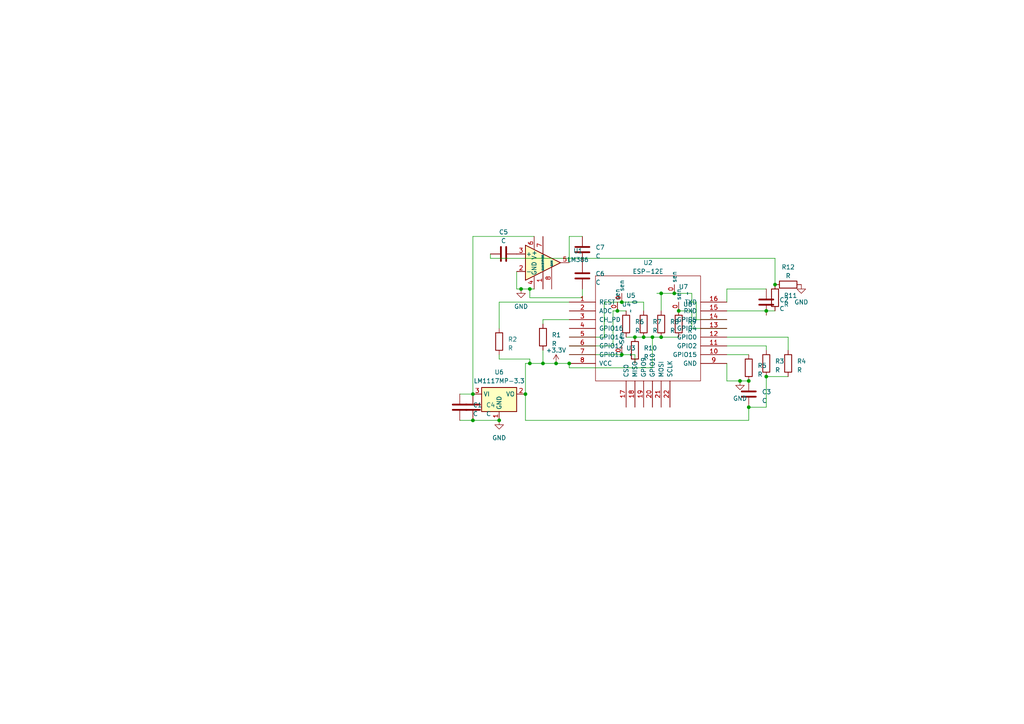
<source format=kicad_sch>
(kicad_sch (version 20230121) (generator eeschema)

  (uuid d4aa1627-5822-461c-8965-e691b72e7719)

  (paper "A4")

  (lib_symbols
    (symbol "Amplifier_Audio:LM386" (pin_names (offset 0.127)) (in_bom yes) (on_board yes)
      (property "Reference" "U" (at 1.27 7.62 0)
        (effects (font (size 1.27 1.27)) (justify left))
      )
      (property "Value" "LM386" (at 1.27 5.08 0)
        (effects (font (size 1.27 1.27)) (justify left))
      )
      (property "Footprint" "" (at 2.54 2.54 0)
        (effects (font (size 1.27 1.27)) hide)
      )
      (property "Datasheet" "http://www.ti.com/lit/ds/symlink/lm386.pdf" (at 5.08 5.08 0)
        (effects (font (size 1.27 1.27)) hide)
      )
      (property "ki_keywords" "single Power opamp" (at 0 0 0)
        (effects (font (size 1.27 1.27)) hide)
      )
      (property "ki_description" "Low Voltage Audio Power Amplifier, DIP-8/SOIC-8/SSOP-8" (at 0 0 0)
        (effects (font (size 1.27 1.27)) hide)
      )
      (property "ki_fp_filters" "SOIC*3.9x4.9mm*P1.27mm* DIP*W7.62mm* MSSOP*P0.65mm* TSSOP*3x3mm*P0.5mm*" (at 0 0 0)
        (effects (font (size 1.27 1.27)) hide)
      )
      (symbol "LM386_0_1"
        (polyline
          (pts
            (xy 5.08 0)
            (xy -5.08 5.08)
            (xy -5.08 -5.08)
            (xy 5.08 0)
          )
          (stroke (width 0.254) (type default))
          (fill (type background))
        )
      )
      (symbol "LM386_1_1"
        (pin input line (at 0 -7.62 90) (length 5.08)
          (name "GAIN" (effects (font (size 0.508 0.508))))
          (number "1" (effects (font (size 1.27 1.27))))
        )
        (pin input line (at -7.62 -2.54 0) (length 2.54)
          (name "-" (effects (font (size 1.27 1.27))))
          (number "2" (effects (font (size 1.27 1.27))))
        )
        (pin input line (at -7.62 2.54 0) (length 2.54)
          (name "+" (effects (font (size 1.27 1.27))))
          (number "3" (effects (font (size 1.27 1.27))))
        )
        (pin power_in line (at -2.54 -7.62 90) (length 3.81)
          (name "GND" (effects (font (size 1.27 1.27))))
          (number "4" (effects (font (size 1.27 1.27))))
        )
        (pin output line (at 7.62 0 180) (length 2.54)
          (name "~" (effects (font (size 1.27 1.27))))
          (number "5" (effects (font (size 1.27 1.27))))
        )
        (pin power_in line (at -2.54 7.62 270) (length 3.81)
          (name "V+" (effects (font (size 1.27 1.27))))
          (number "6" (effects (font (size 1.27 1.27))))
        )
        (pin input line (at 0 7.62 270) (length 5.08)
          (name "BYPASS" (effects (font (size 0.508 0.508))))
          (number "7" (effects (font (size 1.27 1.27))))
        )
        (pin input line (at 2.54 -7.62 90) (length 6.35)
          (name "GAIN" (effects (font (size 0.508 0.508))))
          (number "8" (effects (font (size 1.27 1.27))))
        )
      )
    )
    (symbol "Device:C" (pin_numbers hide) (pin_names (offset 0.254)) (in_bom yes) (on_board yes)
      (property "Reference" "C" (at 0.635 2.54 0)
        (effects (font (size 1.27 1.27)) (justify left))
      )
      (property "Value" "C" (at 0.635 -2.54 0)
        (effects (font (size 1.27 1.27)) (justify left))
      )
      (property "Footprint" "" (at 0.9652 -3.81 0)
        (effects (font (size 1.27 1.27)) hide)
      )
      (property "Datasheet" "~" (at 0 0 0)
        (effects (font (size 1.27 1.27)) hide)
      )
      (property "ki_keywords" "cap capacitor" (at 0 0 0)
        (effects (font (size 1.27 1.27)) hide)
      )
      (property "ki_description" "Unpolarized capacitor" (at 0 0 0)
        (effects (font (size 1.27 1.27)) hide)
      )
      (property "ki_fp_filters" "C_*" (at 0 0 0)
        (effects (font (size 1.27 1.27)) hide)
      )
      (symbol "C_0_1"
        (polyline
          (pts
            (xy -2.032 -0.762)
            (xy 2.032 -0.762)
          )
          (stroke (width 0.508) (type default))
          (fill (type none))
        )
        (polyline
          (pts
            (xy -2.032 0.762)
            (xy 2.032 0.762)
          )
          (stroke (width 0.508) (type default))
          (fill (type none))
        )
      )
      (symbol "C_1_1"
        (pin passive line (at 0 3.81 270) (length 2.794)
          (name "~" (effects (font (size 1.27 1.27))))
          (number "1" (effects (font (size 1.27 1.27))))
        )
        (pin passive line (at 0 -3.81 90) (length 2.794)
          (name "~" (effects (font (size 1.27 1.27))))
          (number "2" (effects (font (size 1.27 1.27))))
        )
      )
    )
    (symbol "Device:R" (pin_numbers hide) (pin_names (offset 0)) (in_bom yes) (on_board yes)
      (property "Reference" "R" (at 2.032 0 90)
        (effects (font (size 1.27 1.27)))
      )
      (property "Value" "R" (at 0 0 90)
        (effects (font (size 1.27 1.27)))
      )
      (property "Footprint" "" (at -1.778 0 90)
        (effects (font (size 1.27 1.27)) hide)
      )
      (property "Datasheet" "~" (at 0 0 0)
        (effects (font (size 1.27 1.27)) hide)
      )
      (property "ki_keywords" "R res resistor" (at 0 0 0)
        (effects (font (size 1.27 1.27)) hide)
      )
      (property "ki_description" "Resistor" (at 0 0 0)
        (effects (font (size 1.27 1.27)) hide)
      )
      (property "ki_fp_filters" "R_*" (at 0 0 0)
        (effects (font (size 1.27 1.27)) hide)
      )
      (symbol "R_0_1"
        (rectangle (start -1.016 -2.54) (end 1.016 2.54)
          (stroke (width 0.254) (type default))
          (fill (type none))
        )
      )
      (symbol "R_1_1"
        (pin passive line (at 0 3.81 270) (length 1.27)
          (name "~" (effects (font (size 1.27 1.27))))
          (number "1" (effects (font (size 1.27 1.27))))
        )
        (pin passive line (at 0 -3.81 90) (length 1.27)
          (name "~" (effects (font (size 1.27 1.27))))
          (number "2" (effects (font (size 1.27 1.27))))
        )
      )
    )
    (symbol "ESP8266:ESP-12E" (pin_names (offset 1.016)) (in_bom yes) (on_board yes)
      (property "Reference" "U" (at 0 -2.54 0)
        (effects (font (size 1.27 1.27)))
      )
      (property "Value" "ESP-12E" (at 0 2.54 0)
        (effects (font (size 1.27 1.27)))
      )
      (property "Footprint" "" (at 0 0 0)
        (effects (font (size 1.27 1.27)) hide)
      )
      (property "Datasheet" "http://l0l.org.uk/2014/12/esp8266-modules-hardware-guide-gotta-catch-em-all/" (at 0 0 0)
        (effects (font (size 1.27 1.27)) hide)
      )
      (property "ki_keywords" "MODULE ESP8266 ESP-8266" (at 0 0 0)
        (effects (font (size 1.27 1.27)) hide)
      )
      (property "ki_description" "ESP8266 ESP-12E module, 22 pins, 2mm, PCB antenna" (at 0 0 0)
        (effects (font (size 1.27 1.27)) hide)
      )
      (property "ki_fp_filters" "ESP-12E ESP-12E_SMD" (at 0 0 0)
        (effects (font (size 1.27 1.27)) hide)
      )
      (symbol "ESP-12E_1_0"
        (rectangle (start -15.24 -15.24) (end 15.24 15.24)
          (stroke (width 0) (type solid))
          (fill (type none))
        )
      )
      (symbol "ESP-12E_1_1"
        (pin input line (at -22.86 7.62 0) (length 7.62)
          (name "REST" (effects (font (size 1.27 1.27))))
          (number "1" (effects (font (size 1.27 1.27))))
        )
        (pin bidirectional line (at 22.86 -7.62 180) (length 7.62)
          (name "GPIO15" (effects (font (size 1.27 1.27))))
          (number "10" (effects (font (size 1.27 1.27))))
        )
        (pin bidirectional line (at 22.86 -5.08 180) (length 7.62)
          (name "GPIO2" (effects (font (size 1.27 1.27))))
          (number "11" (effects (font (size 1.27 1.27))))
        )
        (pin bidirectional line (at 22.86 -2.54 180) (length 7.62)
          (name "GPIO0" (effects (font (size 1.27 1.27))))
          (number "12" (effects (font (size 1.27 1.27))))
        )
        (pin bidirectional line (at 22.86 0 180) (length 7.62)
          (name "GPIO4" (effects (font (size 1.27 1.27))))
          (number "13" (effects (font (size 1.27 1.27))))
        )
        (pin bidirectional line (at 22.86 2.54 180) (length 7.62)
          (name "GPIO5" (effects (font (size 1.27 1.27))))
          (number "14" (effects (font (size 1.27 1.27))))
        )
        (pin input line (at 22.86 5.08 180) (length 7.62)
          (name "RXD" (effects (font (size 1.27 1.27))))
          (number "15" (effects (font (size 1.27 1.27))))
        )
        (pin output line (at 22.86 7.62 180) (length 7.62)
          (name "TXD" (effects (font (size 1.27 1.27))))
          (number "16" (effects (font (size 1.27 1.27))))
        )
        (pin bidirectional line (at -6.35 -22.86 90) (length 7.62)
          (name "CS0" (effects (font (size 1.27 1.27))))
          (number "17" (effects (font (size 1.27 1.27))))
        )
        (pin bidirectional line (at -3.81 -22.86 90) (length 7.62)
          (name "MISO" (effects (font (size 1.27 1.27))))
          (number "18" (effects (font (size 1.27 1.27))))
        )
        (pin bidirectional line (at -1.27 -22.86 90) (length 7.62)
          (name "GPIO9" (effects (font (size 1.27 1.27))))
          (number "19" (effects (font (size 1.27 1.27))))
        )
        (pin passive line (at -22.86 5.08 0) (length 7.62)
          (name "ADC" (effects (font (size 1.27 1.27))))
          (number "2" (effects (font (size 1.27 1.27))))
        )
        (pin bidirectional line (at 1.27 -22.86 90) (length 7.62)
          (name "GPIO10" (effects (font (size 1.27 1.27))))
          (number "20" (effects (font (size 1.27 1.27))))
        )
        (pin bidirectional line (at 3.81 -22.86 90) (length 7.62)
          (name "MOSI" (effects (font (size 1.27 1.27))))
          (number "21" (effects (font (size 1.27 1.27))))
        )
        (pin bidirectional line (at 6.35 -22.86 90) (length 7.62)
          (name "SCLK" (effects (font (size 1.27 1.27))))
          (number "22" (effects (font (size 1.27 1.27))))
        )
        (pin input line (at -22.86 2.54 0) (length 7.62)
          (name "CH_PD" (effects (font (size 1.27 1.27))))
          (number "3" (effects (font (size 1.27 1.27))))
        )
        (pin bidirectional line (at -22.86 0 0) (length 7.62)
          (name "GPIO16" (effects (font (size 1.27 1.27))))
          (number "4" (effects (font (size 1.27 1.27))))
        )
        (pin bidirectional line (at -22.86 -2.54 0) (length 7.62)
          (name "GPIO14" (effects (font (size 1.27 1.27))))
          (number "5" (effects (font (size 1.27 1.27))))
        )
        (pin bidirectional line (at -22.86 -5.08 0) (length 7.62)
          (name "GPIO12" (effects (font (size 1.27 1.27))))
          (number "6" (effects (font (size 1.27 1.27))))
        )
        (pin bidirectional line (at -22.86 -7.62 0) (length 7.62)
          (name "GPIO13" (effects (font (size 1.27 1.27))))
          (number "7" (effects (font (size 1.27 1.27))))
        )
        (pin power_in line (at -22.86 -10.16 0) (length 7.62)
          (name "VCC" (effects (font (size 1.27 1.27))))
          (number "8" (effects (font (size 1.27 1.27))))
        )
        (pin power_in line (at 22.86 -10.16 180) (length 7.62)
          (name "GND" (effects (font (size 1.27 1.27))))
          (number "9" (effects (font (size 1.27 1.27))))
        )
      )
    )
    (symbol "Regulator_Linear:LM1117MP-3.3" (in_bom yes) (on_board yes)
      (property "Reference" "U" (at -3.81 3.175 0)
        (effects (font (size 1.27 1.27)))
      )
      (property "Value" "LM1117MP-3.3" (at 0 3.175 0)
        (effects (font (size 1.27 1.27)) (justify left))
      )
      (property "Footprint" "Package_TO_SOT_SMD:SOT-223-3_TabPin2" (at 0 0 0)
        (effects (font (size 1.27 1.27)) hide)
      )
      (property "Datasheet" "http://www.ti.com/lit/ds/symlink/lm1117.pdf" (at 0 0 0)
        (effects (font (size 1.27 1.27)) hide)
      )
      (property "ki_keywords" "linear regulator ldo fixed positive" (at 0 0 0)
        (effects (font (size 1.27 1.27)) hide)
      )
      (property "ki_description" "800mA Low-Dropout Linear Regulator, 3.3V fixed output, SOT-223" (at 0 0 0)
        (effects (font (size 1.27 1.27)) hide)
      )
      (property "ki_fp_filters" "SOT?223*" (at 0 0 0)
        (effects (font (size 1.27 1.27)) hide)
      )
      (symbol "LM1117MP-3.3_0_1"
        (rectangle (start -5.08 -5.08) (end 5.08 1.905)
          (stroke (width 0.254) (type default))
          (fill (type background))
        )
      )
      (symbol "LM1117MP-3.3_1_1"
        (pin power_in line (at 0 -7.62 90) (length 2.54)
          (name "GND" (effects (font (size 1.27 1.27))))
          (number "1" (effects (font (size 1.27 1.27))))
        )
        (pin power_out line (at 7.62 0 180) (length 2.54)
          (name "VO" (effects (font (size 1.27 1.27))))
          (number "2" (effects (font (size 1.27 1.27))))
        )
        (pin power_in line (at -7.62 0 0) (length 2.54)
          (name "VI" (effects (font (size 1.27 1.27))))
          (number "3" (effects (font (size 1.27 1.27))))
        )
      )
    )
    (symbol "cap_sensor:Sensor" (in_bom yes) (on_board yes)
      (property "Reference" "U" (at 1.27 2.54 0)
        (effects (font (size 1.27 1.27)))
      )
      (property "Value" "" (at 0 0 0)
        (effects (font (size 1.27 1.27)))
      )
      (property "Footprint" "" (at 0 0 0)
        (effects (font (size 1.27 1.27)) hide)
      )
      (property "Datasheet" "" (at 0 0 0)
        (effects (font (size 1.27 1.27)) hide)
      )
      (symbol "Sensor_1_1"
        (pin input line (at 0 2.54 0) (length 2.54)
          (name "Sen" (effects (font (size 1.27 1.27))))
          (number "0" (effects (font (size 1.27 1.27))))
        )
      )
    )
    (symbol "cap_sensor:circle" (in_bom yes) (on_board yes)
      (property "Reference" "U" (at 0 0 0)
        (effects (font (size 1.27 1.27)))
      )
      (property "Value" "" (at 0 0 0)
        (effects (font (size 1.27 1.27)))
      )
      (property "Footprint" "" (at 0 0 0)
        (effects (font (size 1.27 1.27)) hide)
      )
      (property "Datasheet" "" (at 0 0 0)
        (effects (font (size 1.27 1.27)) hide)
      )
      (symbol "circle_1_1"
        (pin input line (at 0 3.81 0) (length 2.54)
          (name "sen" (effects (font (size 1.27 1.27))))
          (number "0" (effects (font (size 1.27 1.27))))
        )
      )
    )
    (symbol "power:+3.3V" (power) (pin_names (offset 0)) (in_bom yes) (on_board yes)
      (property "Reference" "#PWR" (at 0 -3.81 0)
        (effects (font (size 1.27 1.27)) hide)
      )
      (property "Value" "+3.3V" (at 0 3.556 0)
        (effects (font (size 1.27 1.27)))
      )
      (property "Footprint" "" (at 0 0 0)
        (effects (font (size 1.27 1.27)) hide)
      )
      (property "Datasheet" "" (at 0 0 0)
        (effects (font (size 1.27 1.27)) hide)
      )
      (property "ki_keywords" "global power" (at 0 0 0)
        (effects (font (size 1.27 1.27)) hide)
      )
      (property "ki_description" "Power symbol creates a global label with name \"+3.3V\"" (at 0 0 0)
        (effects (font (size 1.27 1.27)) hide)
      )
      (symbol "+3.3V_0_1"
        (polyline
          (pts
            (xy -0.762 1.27)
            (xy 0 2.54)
          )
          (stroke (width 0) (type default))
          (fill (type none))
        )
        (polyline
          (pts
            (xy 0 0)
            (xy 0 2.54)
          )
          (stroke (width 0) (type default))
          (fill (type none))
        )
        (polyline
          (pts
            (xy 0 2.54)
            (xy 0.762 1.27)
          )
          (stroke (width 0) (type default))
          (fill (type none))
        )
      )
      (symbol "+3.3V_1_1"
        (pin power_in line (at 0 0 90) (length 0) hide
          (name "+3.3V" (effects (font (size 1.27 1.27))))
          (number "1" (effects (font (size 1.27 1.27))))
        )
      )
    )
    (symbol "power:GND" (power) (pin_names (offset 0)) (in_bom yes) (on_board yes)
      (property "Reference" "#PWR" (at 0 -6.35 0)
        (effects (font (size 1.27 1.27)) hide)
      )
      (property "Value" "GND" (at 0 -3.81 0)
        (effects (font (size 1.27 1.27)))
      )
      (property "Footprint" "" (at 0 0 0)
        (effects (font (size 1.27 1.27)) hide)
      )
      (property "Datasheet" "" (at 0 0 0)
        (effects (font (size 1.27 1.27)) hide)
      )
      (property "ki_keywords" "global power" (at 0 0 0)
        (effects (font (size 1.27 1.27)) hide)
      )
      (property "ki_description" "Power symbol creates a global label with name \"GND\" , ground" (at 0 0 0)
        (effects (font (size 1.27 1.27)) hide)
      )
      (symbol "GND_0_1"
        (polyline
          (pts
            (xy 0 0)
            (xy 0 -1.27)
            (xy 1.27 -1.27)
            (xy 0 -2.54)
            (xy -1.27 -1.27)
            (xy 0 -1.27)
          )
          (stroke (width 0) (type default))
          (fill (type none))
        )
      )
      (symbol "GND_1_1"
        (pin power_in line (at 0 0 270) (length 0) hide
          (name "GND" (effects (font (size 1.27 1.27))))
          (number "1" (effects (font (size 1.27 1.27))))
        )
      )
    )
  )

  (junction (at 217.17 110.49) (diameter 0) (color 0 0 0 0)
    (uuid 0584fee9-3c06-4953-baa1-aaedf2ddae87)
  )
  (junction (at 179.07 90.17) (diameter 0) (color 0 0 0 0)
    (uuid 22a14b32-cf0f-4d51-95ab-1f2499d4fe93)
  )
  (junction (at 186.69 97.79) (diameter 0) (color 0 0 0 0)
    (uuid 26564794-3306-47dc-b39c-6f5609b71fa4)
  )
  (junction (at 217.17 118.11) (diameter 0) (color 0 0 0 0)
    (uuid 3760c9f0-77b2-4bb0-8736-7fd30d40eb6d)
  )
  (junction (at 157.48 105.41) (diameter 0) (color 0 0 0 0)
    (uuid 38b7ad42-3a3d-4327-b058-0b616a6f11b9)
  )
  (junction (at 153.67 83.82) (diameter 0) (color 0 0 0 0)
    (uuid 41d635be-9574-43e6-a217-0310ee50854c)
  )
  (junction (at 180.34 87.63) (diameter 0) (color 0 0 0 0)
    (uuid 436bf24d-63c2-4357-a860-d91d93d5a228)
  )
  (junction (at 137.16 121.92) (diameter 0) (color 0 0 0 0)
    (uuid 460cba97-fee3-4f12-b043-6d0cd3380a54)
  )
  (junction (at 151.13 83.82) (diameter 0) (color 0 0 0 0)
    (uuid 4b82abb5-8a0a-46ee-afe2-8c6bd2183976)
  )
  (junction (at 137.16 114.3) (diameter 0) (color 0 0 0 0)
    (uuid 53be0c28-a5b7-4408-9b7d-52266617f1c2)
  )
  (junction (at 191.77 85.09) (diameter 0) (color 0 0 0 0)
    (uuid 74b9580a-7e23-40a0-8fec-5a9da2ee8fc2)
  )
  (junction (at 184.15 97.79) (diameter 0) (color 0 0 0 0)
    (uuid 85be4acd-d5e9-41f2-91b3-da7ac64c180c)
  )
  (junction (at 224.79 82.55) (diameter 0) (color 0 0 0 0)
    (uuid 88a6d89a-b136-4e1a-a78a-e37d19e550a0)
  )
  (junction (at 153.67 105.41) (diameter 0) (color 0 0 0 0)
    (uuid 8a06fb12-7c32-4c55-a35e-9d2f2c6846fa)
  )
  (junction (at 191.77 97.79) (diameter 0) (color 0 0 0 0)
    (uuid 8e9a7d91-1cf6-4dc8-b649-f0bb72bd9187)
  )
  (junction (at 144.78 121.92) (diameter 0) (color 0 0 0 0)
    (uuid 9297edb7-ec19-4117-97bb-916f45062351)
  )
  (junction (at 214.63 110.49) (diameter 0) (color 0 0 0 0)
    (uuid 9c737d19-ab45-444e-9860-78876d51ffa7)
  )
  (junction (at 180.34 102.87) (diameter 0) (color 0 0 0 0)
    (uuid b5398679-d402-4fb8-a305-8b5eb73c93f9)
  )
  (junction (at 195.58 85.09) (diameter 0) (color 0 0 0 0)
    (uuid b64296c0-1a7b-468f-b31f-46be32aeb1aa)
  )
  (junction (at 165.1 105.41) (diameter 0) (color 0 0 0 0)
    (uuid c2d7a184-afd8-42c9-ad9a-d1a843352c52)
  )
  (junction (at 222.25 109.22) (diameter 0) (color 0 0 0 0)
    (uuid c310e9d7-8594-4243-8bfa-08d5c15bb3bc)
  )
  (junction (at 152.4 114.3) (diameter 0) (color 0 0 0 0)
    (uuid cb51a415-1b94-4a67-84bc-7a6686c6fec2)
  )
  (junction (at 196.85 90.17) (diameter 0) (color 0 0 0 0)
    (uuid ce7c8610-ccbb-487a-935d-cd48cc96b974)
  )
  (junction (at 161.29 105.41) (diameter 0) (color 0 0 0 0)
    (uuid cf7603c8-95f5-4d30-abae-baa766ee9929)
  )
  (junction (at 189.23 97.79) (diameter 0) (color 0 0 0 0)
    (uuid dccc0312-c039-435a-b5f0-8ed87eb55097)
  )
  (junction (at 222.25 90.17) (diameter 0) (color 0 0 0 0)
    (uuid e41013a1-cb3c-41bd-823b-8a79003af93a)
  )

  (wire (pts (xy 157.48 105.41) (xy 161.29 105.41))
    (stroke (width 0) (type default))
    (uuid 00326911-ad9a-4686-bdf4-ebde82c6589b)
  )
  (wire (pts (xy 224.79 90.17) (xy 222.25 90.17))
    (stroke (width 0) (type default))
    (uuid 02deb4ae-e414-487c-9e51-1a97ba941d0e)
  )
  (wire (pts (xy 165.1 100.33) (xy 177.8 100.33))
    (stroke (width 0) (type default))
    (uuid 0e18fd4b-e36d-4cdb-957d-72aa85e43cc4)
  )
  (wire (pts (xy 179.07 90.17) (xy 177.8 90.17))
    (stroke (width 0) (type default))
    (uuid 0f7cbf70-f9bc-4ef3-8dc2-d1caa3090223)
  )
  (wire (pts (xy 195.58 85.09) (xy 200.66 85.09))
    (stroke (width 0) (type default))
    (uuid 0ffedb00-7bb1-4be0-99cc-18ba61e72140)
  )
  (wire (pts (xy 200.66 95.25) (xy 210.82 95.25))
    (stroke (width 0) (type default))
    (uuid 135a2243-f72a-4632-ae83-d07f99ebddf2)
  )
  (wire (pts (xy 180.34 87.63) (xy 186.69 87.63))
    (stroke (width 0) (type default))
    (uuid 14f266cb-6bcf-462a-81a6-45e556d873e5)
  )
  (wire (pts (xy 154.94 83.82) (xy 153.67 83.82))
    (stroke (width 0) (type default))
    (uuid 15bcf21e-61a3-4428-aa46-79672296609c)
  )
  (wire (pts (xy 180.34 102.87) (xy 184.15 102.87))
    (stroke (width 0) (type default))
    (uuid 18e72fd2-1bd3-4e1a-a65b-7ff0d5c60f64)
  )
  (wire (pts (xy 157.48 101.6) (xy 157.48 105.41))
    (stroke (width 0) (type default))
    (uuid 1be7e7c0-0ede-427b-b0d0-719cdeafc68d)
  )
  (wire (pts (xy 151.13 83.82) (xy 149.86 83.82))
    (stroke (width 0) (type default))
    (uuid 1c767a00-5654-4888-bd43-311e59e56ec2)
  )
  (wire (pts (xy 161.29 105.41) (xy 165.1 105.41))
    (stroke (width 0) (type default))
    (uuid 1e2fd289-b3dd-457c-bd34-5f0d29938229)
  )
  (wire (pts (xy 222.25 90.17) (xy 210.82 90.17))
    (stroke (width 0) (type default))
    (uuid 2089ceb7-a841-4a60-a429-f4294bfa129a)
  )
  (wire (pts (xy 153.67 104.14) (xy 153.67 105.41))
    (stroke (width 0) (type default))
    (uuid 24649ef8-8f7c-4b56-aabe-d02238a69acd)
  )
  (wire (pts (xy 191.77 85.09) (xy 191.77 90.17))
    (stroke (width 0) (type default))
    (uuid 25a4f390-4002-4590-ae22-69cd5b739b77)
  )
  (wire (pts (xy 228.6 101.6) (xy 228.6 97.79))
    (stroke (width 0) (type default))
    (uuid 2862e7ab-254e-433a-bd63-41dfe906b5cd)
  )
  (wire (pts (xy 191.77 85.09) (xy 195.58 85.09))
    (stroke (width 0) (type default))
    (uuid 28e098f4-ace7-40a2-8d99-a31f2ab7cdc7)
  )
  (wire (pts (xy 191.77 97.79) (xy 196.85 97.79))
    (stroke (width 0) (type default))
    (uuid 299cf304-de03-4c51-8a2f-95aeb3cd8050)
  )
  (wire (pts (xy 196.85 90.17) (xy 200.66 90.17))
    (stroke (width 0) (type default))
    (uuid 30e137e0-bcfb-43dc-97d4-5f058a8fee79)
  )
  (wire (pts (xy 153.67 86.36) (xy 168.91 86.36))
    (stroke (width 0) (type default))
    (uuid 31294984-673a-4e4a-8244-2c193e669f66)
  )
  (wire (pts (xy 210.82 83.82) (xy 222.25 83.82))
    (stroke (width 0) (type default))
    (uuid 321bc2f0-380b-4308-bf1b-abbb1d892036)
  )
  (wire (pts (xy 165.1 68.58) (xy 165.1 76.2))
    (stroke (width 0) (type default))
    (uuid 38f7ca38-87ae-408b-9b28-1551481c15f4)
  )
  (wire (pts (xy 210.82 102.87) (xy 217.17 102.87))
    (stroke (width 0) (type default))
    (uuid 390af435-2d2f-457a-9bd6-392b5bd934ee)
  )
  (wire (pts (xy 152.4 105.41) (xy 152.4 114.3))
    (stroke (width 0) (type default))
    (uuid 3ba25fcd-7213-4b3b-b9a4-874d96b10913)
  )
  (wire (pts (xy 210.82 110.49) (xy 210.82 105.41))
    (stroke (width 0) (type default))
    (uuid 3c5168bd-adbc-4fab-9c9b-bda40c44a964)
  )
  (wire (pts (xy 222.25 118.11) (xy 222.25 109.22))
    (stroke (width 0) (type default))
    (uuid 3c89561f-6d5a-4bf3-8c6a-7abe04f1ee59)
  )
  (wire (pts (xy 222.25 101.6) (xy 222.25 100.33))
    (stroke (width 0) (type default))
    (uuid 41346afa-dd2a-488d-9390-dc85a29fbb3a)
  )
  (wire (pts (xy 184.15 102.87) (xy 184.15 105.41))
    (stroke (width 0) (type default))
    (uuid 42af841f-fca3-4dbc-9f37-3a87fd12e8ae)
  )
  (wire (pts (xy 186.69 97.79) (xy 189.23 97.79))
    (stroke (width 0) (type default))
    (uuid 431a3a11-ccfd-4eb3-86fb-ad9ec7362b37)
  )
  (wire (pts (xy 175.26 87.63) (xy 180.34 87.63))
    (stroke (width 0) (type default))
    (uuid 4363bb33-885f-4cc3-a4da-12ef71bb1cc9)
  )
  (wire (pts (xy 217.17 110.49) (xy 214.63 110.49))
    (stroke (width 0) (type default))
    (uuid 443a268c-eefe-4aa8-a474-90db90562a0c)
  )
  (wire (pts (xy 175.26 87.63) (xy 175.26 97.79))
    (stroke (width 0) (type default))
    (uuid 49686a43-9cf2-43ba-b03a-bf18a21bc418)
  )
  (wire (pts (xy 222.25 109.22) (xy 228.6 109.22))
    (stroke (width 0) (type default))
    (uuid 4b33148e-5528-454b-b4ce-69a798c2ef53)
  )
  (wire (pts (xy 224.79 74.93) (xy 224.79 82.55))
    (stroke (width 0) (type default))
    (uuid 4d2d923d-36cd-48ee-8dbe-b0df2f7e7bd4)
  )
  (wire (pts (xy 184.15 97.79) (xy 181.61 97.79))
    (stroke (width 0) (type default))
    (uuid 52c68054-1d45-4052-9da8-36a38980884b)
  )
  (wire (pts (xy 184.15 97.79) (xy 186.69 97.79))
    (stroke (width 0) (type default))
    (uuid 564f95ed-3c24-4bd0-99a8-58047bf60358)
  )
  (wire (pts (xy 137.16 121.92) (xy 144.78 121.92))
    (stroke (width 0) (type default))
    (uuid 57a8fb35-8f98-4748-b524-d773853762f9)
  )
  (wire (pts (xy 165.1 102.87) (xy 180.34 102.87))
    (stroke (width 0) (type default))
    (uuid 58bf3899-40dc-4a8e-86a1-6ab4a63a257d)
  )
  (wire (pts (xy 168.91 68.58) (xy 165.1 68.58))
    (stroke (width 0) (type default))
    (uuid 596fcc8f-aac7-4155-8a06-75af61199b61)
  )
  (wire (pts (xy 144.78 104.14) (xy 144.78 102.87))
    (stroke (width 0) (type default))
    (uuid 5c1771fb-0558-413e-bdf9-b2121a13ad30)
  )
  (wire (pts (xy 201.93 92.71) (xy 210.82 92.71))
    (stroke (width 0) (type default))
    (uuid 5e078d2f-9918-489c-8444-4215e80af641)
  )
  (wire (pts (xy 165.1 97.79) (xy 175.26 97.79))
    (stroke (width 0) (type default))
    (uuid 5f58e081-b1d1-4129-a2f9-1817a42497fa)
  )
  (wire (pts (xy 133.35 121.92) (xy 137.16 121.92))
    (stroke (width 0) (type default))
    (uuid 61bd8ecb-4c78-4ecf-b234-4b28076ef0bf)
  )
  (wire (pts (xy 153.67 105.41) (xy 157.48 105.41))
    (stroke (width 0) (type default))
    (uuid 72b6fbd8-0810-405a-afa0-97115bbb0c0e)
  )
  (wire (pts (xy 157.48 92.71) (xy 165.1 92.71))
    (stroke (width 0) (type default))
    (uuid 77c57a7e-ed15-4364-a910-0ab4dd55256a)
  )
  (wire (pts (xy 153.67 83.82) (xy 151.13 83.82))
    (stroke (width 0) (type default))
    (uuid 7a95294c-451d-4160-a554-d5d0e998a491)
  )
  (wire (pts (xy 200.66 87.63) (xy 201.93 87.63))
    (stroke (width 0) (type default))
    (uuid 7abc5d6d-26bd-4dc3-bb1c-09df8cc60bd6)
  )
  (wire (pts (xy 214.63 110.49) (xy 210.82 110.49))
    (stroke (width 0) (type default))
    (uuid 7d8b8ebc-6eca-4ae5-b392-6a7e8b5e38d6)
  )
  (wire (pts (xy 144.78 95.25) (xy 144.78 87.63))
    (stroke (width 0) (type default))
    (uuid 84cb4546-be54-435d-b2af-f7ffc7e889f2)
  )
  (wire (pts (xy 157.48 93.98) (xy 157.48 92.71))
    (stroke (width 0) (type default))
    (uuid 86b32c27-dc40-41ed-85f6-4f616f9b1860)
  )
  (wire (pts (xy 149.86 83.82) (xy 149.86 78.74))
    (stroke (width 0) (type default))
    (uuid 8962797f-1805-46e0-b958-8a5abb80572a)
  )
  (wire (pts (xy 189.23 97.79) (xy 191.77 97.79))
    (stroke (width 0) (type default))
    (uuid 8c17e473-3a7a-4310-87ea-17d44b82e3b8)
  )
  (wire (pts (xy 137.16 68.58) (xy 154.94 68.58))
    (stroke (width 0) (type default))
    (uuid 976b1cfc-5e03-455e-b3a1-28d945e60c96)
  )
  (wire (pts (xy 165.1 106.68) (xy 165.1 105.41))
    (stroke (width 0) (type default))
    (uuid 982a475f-3054-4e11-940a-08371f011ab9)
  )
  (wire (pts (xy 222.25 100.33) (xy 210.82 100.33))
    (stroke (width 0) (type default))
    (uuid a31f82af-f6aa-411a-87ee-8126e7e6d265)
  )
  (wire (pts (xy 144.78 104.14) (xy 153.67 104.14))
    (stroke (width 0) (type default))
    (uuid a502500d-052b-4062-ba84-68363201f890)
  )
  (wire (pts (xy 153.67 83.82) (xy 153.67 86.36))
    (stroke (width 0) (type default))
    (uuid aa24ce40-9c71-4a82-bfa0-27398bbd9263)
  )
  (wire (pts (xy 200.66 85.09) (xy 200.66 87.63))
    (stroke (width 0) (type default))
    (uuid adf3f3b3-9224-4d8c-a913-239b12c87f36)
  )
  (wire (pts (xy 200.66 90.17) (xy 200.66 95.25))
    (stroke (width 0) (type default))
    (uuid aebe15d2-d9bb-408d-8d3d-63174a3d9fb1)
  )
  (wire (pts (xy 189.23 106.68) (xy 165.1 106.68))
    (stroke (width 0) (type default))
    (uuid b48f1509-be22-4024-8eee-159f54fbd673)
  )
  (wire (pts (xy 144.78 87.63) (xy 165.1 87.63))
    (stroke (width 0) (type default))
    (uuid b6656937-4f12-4df9-b151-047c25e3f624)
  )
  (wire (pts (xy 210.82 87.63) (xy 210.82 83.82))
    (stroke (width 0) (type default))
    (uuid bb232c2a-64f5-4ae4-9bd6-5e3a283f22b8)
  )
  (wire (pts (xy 152.4 114.3) (xy 152.4 121.92))
    (stroke (width 0) (type default))
    (uuid bc55670b-faca-494f-b5eb-e104d1e644d0)
  )
  (wire (pts (xy 190.5 85.09) (xy 191.77 85.09))
    (stroke (width 0) (type default))
    (uuid c22ef6e9-c1cd-49aa-b357-25dc0c2f3cb1)
  )
  (wire (pts (xy 201.93 87.63) (xy 201.93 92.71))
    (stroke (width 0) (type default))
    (uuid c66699dc-bdbe-4b2d-965b-cdead5bdafa9)
  )
  (wire (pts (xy 142.24 73.66) (xy 142.24 74.93))
    (stroke (width 0) (type default))
    (uuid c6d61241-9d34-4585-b61f-4886925eb519)
  )
  (wire (pts (xy 142.24 74.93) (xy 224.79 74.93))
    (stroke (width 0) (type default))
    (uuid c9030c4b-c61d-443c-879c-2a8cf50279b6)
  )
  (wire (pts (xy 217.17 121.92) (xy 217.17 118.11))
    (stroke (width 0) (type default))
    (uuid c967bfb5-5a53-4dca-95f3-be44518861b5)
  )
  (wire (pts (xy 186.69 90.17) (xy 186.69 87.63))
    (stroke (width 0) (type default))
    (uuid d1434125-911f-4fa5-97f1-c8129c9680c9)
  )
  (wire (pts (xy 168.91 86.36) (xy 168.91 83.82))
    (stroke (width 0) (type default))
    (uuid d2c2d061-c5f5-4908-8726-bbbfd130b080)
  )
  (wire (pts (xy 217.17 118.11) (xy 222.25 118.11))
    (stroke (width 0) (type default))
    (uuid d4e67509-c1d6-4d5c-bdda-6309da96877c)
  )
  (wire (pts (xy 222.25 91.44) (xy 222.25 90.17))
    (stroke (width 0) (type default))
    (uuid d6c176fe-dd81-4e39-bc48-15320effb1e9)
  )
  (wire (pts (xy 189.23 97.79) (xy 189.23 106.68))
    (stroke (width 0) (type default))
    (uuid d832a47e-b74e-43a4-9a5b-9c4a7a94b6b1)
  )
  (wire (pts (xy 181.61 90.17) (xy 179.07 90.17))
    (stroke (width 0) (type default))
    (uuid d91d26a1-29b2-47c9-a649-f987c66e3fe9)
  )
  (wire (pts (xy 133.35 114.3) (xy 137.16 114.3))
    (stroke (width 0) (type default))
    (uuid dfc50c65-a84f-48e2-abac-c1af0ef7a3f3)
  )
  (wire (pts (xy 152.4 105.41) (xy 153.67 105.41))
    (stroke (width 0) (type default))
    (uuid e27aba74-d567-47e8-ba57-8b2a129a5712)
  )
  (wire (pts (xy 137.16 114.3) (xy 137.16 68.58))
    (stroke (width 0) (type default))
    (uuid e5674d25-ce9a-4b39-ac64-da37ae1c0a39)
  )
  (wire (pts (xy 177.8 90.17) (xy 177.8 100.33))
    (stroke (width 0) (type default))
    (uuid f1cc9c41-3f8f-4162-a108-56b34f02dd58)
  )
  (wire (pts (xy 228.6 97.79) (xy 210.82 97.79))
    (stroke (width 0) (type default))
    (uuid f2bb80ad-e131-42de-bf51-177791b1e2e8)
  )
  (wire (pts (xy 152.4 121.92) (xy 217.17 121.92))
    (stroke (width 0) (type default))
    (uuid f5e619e9-e65e-4b32-96cc-108b18bbf476)
  )

  (symbol (lib_id "Device:C") (at 217.17 114.3 0) (unit 1)
    (in_bom yes) (on_board yes) (dnp no) (fields_autoplaced)
    (uuid 05fa6877-f624-4fb2-9257-90b33c8555e4)
    (property "Reference" "C3" (at 220.98 113.665 0)
      (effects (font (size 1.27 1.27)) (justify left))
    )
    (property "Value" "C" (at 220.98 116.205 0)
      (effects (font (size 1.27 1.27)) (justify left))
    )
    (property "Footprint" "Capacitor_SMD:C_1206_3216Metric_Pad1.33x1.80mm_HandSolder" (at 218.1352 118.11 0)
      (effects (font (size 1.27 1.27)) hide)
    )
    (property "Datasheet" "~" (at 217.17 114.3 0)
      (effects (font (size 1.27 1.27)) hide)
    )
    (pin "1" (uuid 02ce9857-b1f1-46f5-95ce-1da496cb123d))
    (pin "2" (uuid 89434fc2-b61b-429d-ac92-182d387f5ae5))
    (instances
      (project "comms"
        (path "/d4aa1627-5822-461c-8965-e691b72e7719"
          (reference "C3") (unit 1)
        )
      )
    )
  )

  (symbol (lib_id "cap_sensor:circle") (at 182.88 90.17 90) (unit 1)
    (in_bom yes) (on_board yes) (dnp no) (fields_autoplaced)
    (uuid 09c3462d-8315-41f0-a983-0f745d2eb1c0)
    (property "Reference" "U4" (at 180.34 88.265 90)
      (effects (font (size 1.27 1.27)) (justify right))
    )
    (property "Value" "~" (at 182.88 90.17 0)
      (effects (font (size 1.27 1.27)))
    )
    (property "Footprint" "cap_sen:circle" (at 182.88 90.17 0)
      (effects (font (size 1.27 1.27)) hide)
    )
    (property "Datasheet" "" (at 182.88 90.17 0)
      (effects (font (size 1.27 1.27)) hide)
    )
    (pin "0" (uuid 1da11f0d-11b7-410c-8d9a-90729657127a))
    (instances
      (project "comms"
        (path "/d4aa1627-5822-461c-8965-e691b72e7719"
          (reference "U4") (unit 1)
        )
      )
    )
  )

  (symbol (lib_id "Device:R") (at 191.77 93.98 180) (unit 1)
    (in_bom yes) (on_board yes) (dnp no) (fields_autoplaced)
    (uuid 0ad32879-1aa7-4786-860b-78ee989bf745)
    (property "Reference" "R8" (at 194.31 93.345 0)
      (effects (font (size 1.27 1.27)) (justify right))
    )
    (property "Value" "R" (at 194.31 95.885 0)
      (effects (font (size 1.27 1.27)) (justify right))
    )
    (property "Footprint" "Resistor_SMD:R_0805_2012Metric_Pad1.20x1.40mm_HandSolder" (at 193.548 93.98 90)
      (effects (font (size 1.27 1.27)) hide)
    )
    (property "Datasheet" "~" (at 191.77 93.98 0)
      (effects (font (size 1.27 1.27)) hide)
    )
    (pin "1" (uuid 7a1c4574-41d6-4113-9b55-83f63607055b))
    (pin "2" (uuid ad62cb2a-60d2-49f9-8f92-836dcfeb3075))
    (instances
      (project "comms"
        (path "/d4aa1627-5822-461c-8965-e691b72e7719"
          (reference "R8") (unit 1)
        )
      )
    )
  )

  (symbol (lib_id "Device:R") (at 144.78 99.06 180) (unit 1)
    (in_bom yes) (on_board yes) (dnp no) (fields_autoplaced)
    (uuid 1fce1c3c-fc68-4278-b67f-64776d9e85a5)
    (property "Reference" "R2" (at 147.32 98.425 0)
      (effects (font (size 1.27 1.27)) (justify right))
    )
    (property "Value" "R" (at 147.32 100.965 0)
      (effects (font (size 1.27 1.27)) (justify right))
    )
    (property "Footprint" "Resistor_SMD:R_0805_2012Metric_Pad1.20x1.40mm_HandSolder" (at 146.558 99.06 90)
      (effects (font (size 1.27 1.27)) hide)
    )
    (property "Datasheet" "~" (at 144.78 99.06 0)
      (effects (font (size 1.27 1.27)) hide)
    )
    (pin "1" (uuid 42f5cd8a-77eb-4070-afcd-3e8ade2286d0))
    (pin "2" (uuid e8dc2005-c52f-4345-9941-c650ee5b19f8))
    (instances
      (project "comms"
        (path "/d4aa1627-5822-461c-8965-e691b72e7719"
          (reference "R2") (unit 1)
        )
      )
    )
  )

  (symbol (lib_id "ESP8266:ESP-12E") (at 187.96 95.25 0) (unit 1)
    (in_bom yes) (on_board yes) (dnp no) (fields_autoplaced)
    (uuid 25df8034-29a3-46fc-85ff-36b5e4790a7e)
    (property "Reference" "U2" (at 187.96 76.2 0)
      (effects (font (size 1.27 1.27)))
    )
    (property "Value" "ESP-12E" (at 187.96 78.74 0)
      (effects (font (size 1.27 1.27)))
    )
    (property "Footprint" "ESP8266:ESP-12E_SMD" (at 187.96 95.25 0)
      (effects (font (size 1.27 1.27)) hide)
    )
    (property "Datasheet" "http://l0l.org.uk/2014/12/esp8266-modules-hardware-guide-gotta-catch-em-all/" (at 187.96 95.25 0)
      (effects (font (size 1.27 1.27)) hide)
    )
    (pin "1" (uuid 5dce0a0d-17b7-4109-8f35-70ec0a31b57b))
    (pin "10" (uuid 7f9fa94b-30ef-4d56-af1f-5259cabcd13f))
    (pin "11" (uuid 60218e5d-364b-4ae0-80cf-98c340da876b))
    (pin "12" (uuid ea2fa6f8-e3ff-445c-b30f-09e76de5c104))
    (pin "13" (uuid 3aa81a24-85b9-4adc-9066-32164684f716))
    (pin "14" (uuid 7cea0670-3f0a-4dd7-8935-0f0abdbf6eda))
    (pin "15" (uuid 6d954110-a922-4182-b6a4-94540f37cdea))
    (pin "16" (uuid 44104964-7e38-4252-afd2-05aea45cba9e))
    (pin "17" (uuid 1a9387e3-032c-48fa-b136-559c586785f2))
    (pin "18" (uuid 496af8d5-4bcc-4fc0-8b54-cf89ab9d67ec))
    (pin "19" (uuid 31daffe1-f1da-4d8f-9d77-6ea4d9b7722f))
    (pin "2" (uuid 76bee499-dd72-49ea-bf38-4ac47f6de160))
    (pin "20" (uuid 9071f2bd-dc3d-4831-874c-a9fcf0106ce5))
    (pin "21" (uuid 61b24858-0d3f-4588-b04b-e59a08a462c2))
    (pin "22" (uuid 32b9f6b5-bd44-4bcf-9ecc-8a55379c03e4))
    (pin "3" (uuid 676c6e80-cbe1-40d7-8081-e25e451ce2cd))
    (pin "4" (uuid 60882eae-318d-485c-b005-b80ac5f1cf1f))
    (pin "5" (uuid 35226d64-bd6f-453e-aa79-f49a2aba23ac))
    (pin "6" (uuid 2fae25e8-7f65-46e8-9f76-a5d6955f97dd))
    (pin "7" (uuid ed82d846-88db-4c3c-8fa9-88244c2d3b0a))
    (pin "8" (uuid ca6ae7c0-79ca-449a-96d7-5fd2bf76da34))
    (pin "9" (uuid 794cb567-dd74-42f5-9e89-343ee6a6c541))
    (instances
      (project "comms"
        (path "/d4aa1627-5822-461c-8965-e691b72e7719"
          (reference "U2") (unit 1)
        )
      )
    )
  )

  (symbol (lib_id "Device:R") (at 184.15 101.6 180) (unit 1)
    (in_bom yes) (on_board yes) (dnp no) (fields_autoplaced)
    (uuid 2c999b5d-5c87-4ae1-a2d6-7bcf0e90e546)
    (property "Reference" "R10" (at 186.69 100.965 0)
      (effects (font (size 1.27 1.27)) (justify right))
    )
    (property "Value" "R" (at 186.69 103.505 0)
      (effects (font (size 1.27 1.27)) (justify right))
    )
    (property "Footprint" "Resistor_SMD:R_0805_2012Metric_Pad1.20x1.40mm_HandSolder" (at 185.928 101.6 90)
      (effects (font (size 1.27 1.27)) hide)
    )
    (property "Datasheet" "~" (at 184.15 101.6 0)
      (effects (font (size 1.27 1.27)) hide)
    )
    (pin "1" (uuid 9de01acb-d974-4ed5-a2f8-5a618ecd2dd8))
    (pin "2" (uuid 3029975c-cd43-40c0-b076-5a37ca36e6b1))
    (instances
      (project "comms"
        (path "/d4aa1627-5822-461c-8965-e691b72e7719"
          (reference "R10") (unit 1)
        )
      )
    )
  )

  (symbol (lib_id "Device:R") (at 217.17 106.68 180) (unit 1)
    (in_bom yes) (on_board yes) (dnp no) (fields_autoplaced)
    (uuid 319ac188-4c92-40b3-a63f-141f1011e56d)
    (property "Reference" "R5" (at 219.71 106.045 0)
      (effects (font (size 1.27 1.27)) (justify right))
    )
    (property "Value" "R" (at 219.71 108.585 0)
      (effects (font (size 1.27 1.27)) (justify right))
    )
    (property "Footprint" "Resistor_SMD:R_0805_2012Metric_Pad1.20x1.40mm_HandSolder" (at 218.948 106.68 90)
      (effects (font (size 1.27 1.27)) hide)
    )
    (property "Datasheet" "~" (at 217.17 106.68 0)
      (effects (font (size 1.27 1.27)) hide)
    )
    (pin "1" (uuid 0c976368-3b7c-444f-9456-1ef7bed998c3))
    (pin "2" (uuid d8a6fddc-3ade-49e7-81e0-b9a4da01ab74))
    (instances
      (project "comms"
        (path "/d4aa1627-5822-461c-8965-e691b72e7719"
          (reference "R5") (unit 1)
        )
      )
    )
  )

  (symbol (lib_id "Regulator_Linear:LM1117MP-3.3") (at 144.78 114.3 0) (unit 1)
    (in_bom yes) (on_board yes) (dnp no) (fields_autoplaced)
    (uuid 3b83b66b-331e-4b55-a91f-241f2f365a0d)
    (property "Reference" "U6" (at 144.78 107.95 0)
      (effects (font (size 1.27 1.27)))
    )
    (property "Value" "LM1117MP-3.3" (at 144.78 110.49 0)
      (effects (font (size 1.27 1.27)))
    )
    (property "Footprint" "Package_TO_SOT_SMD:SOT-223-3_TabPin2" (at 144.78 114.3 0)
      (effects (font (size 1.27 1.27)) hide)
    )
    (property "Datasheet" "http://www.ti.com/lit/ds/symlink/lm1117.pdf" (at 144.78 114.3 0)
      (effects (font (size 1.27 1.27)) hide)
    )
    (pin "1" (uuid 596a9def-2d1c-4619-8147-d1de157a5636))
    (pin "2" (uuid 8a552ebd-ba49-48ec-b442-9c614858f08b))
    (pin "3" (uuid 78dbe8c3-cb56-4674-96e8-1f8ff76f50dc))
    (instances
      (project "comms"
        (path "/d4aa1627-5822-461c-8965-e691b72e7719"
          (reference "U6") (unit 1)
        )
      )
    )
  )

  (symbol (lib_id "Device:C") (at 168.91 72.39 0) (unit 1)
    (in_bom yes) (on_board yes) (dnp no) (fields_autoplaced)
    (uuid 45179994-c6da-4756-a906-c3079c0555f8)
    (property "Reference" "C7" (at 172.72 71.755 0)
      (effects (font (size 1.27 1.27)) (justify left))
    )
    (property "Value" "C" (at 172.72 74.295 0)
      (effects (font (size 1.27 1.27)) (justify left))
    )
    (property "Footprint" "Capacitor_SMD:C_1206_3216Metric_Pad1.33x1.80mm_HandSolder" (at 169.8752 76.2 0)
      (effects (font (size 1.27 1.27)) hide)
    )
    (property "Datasheet" "~" (at 168.91 72.39 0)
      (effects (font (size 1.27 1.27)) hide)
    )
    (pin "1" (uuid 5dea4eb3-34b6-4521-bf8b-e62fb1bb6205))
    (pin "2" (uuid 5a718fae-bc3e-4e79-a8ce-48a482d0f180))
    (instances
      (project "comms"
        (path "/d4aa1627-5822-461c-8965-e691b72e7719"
          (reference "C7") (unit 1)
        )
      )
    )
  )

  (symbol (lib_id "power:GND") (at 144.78 121.92 0) (unit 1)
    (in_bom yes) (on_board yes) (dnp no) (fields_autoplaced)
    (uuid 4c203ca9-67c8-45e1-bf3d-f41730747ff8)
    (property "Reference" "#PWR02" (at 144.78 128.27 0)
      (effects (font (size 1.27 1.27)) hide)
    )
    (property "Value" "GND" (at 144.78 127 0)
      (effects (font (size 1.27 1.27)))
    )
    (property "Footprint" "" (at 144.78 121.92 0)
      (effects (font (size 1.27 1.27)) hide)
    )
    (property "Datasheet" "" (at 144.78 121.92 0)
      (effects (font (size 1.27 1.27)) hide)
    )
    (pin "1" (uuid a69a813d-2e91-485c-b82f-c261f0650e2c))
    (instances
      (project "comms"
        (path "/d4aa1627-5822-461c-8965-e691b72e7719"
          (reference "#PWR02") (unit 1)
        )
      )
    )
  )

  (symbol (lib_id "power:GND") (at 214.63 110.49 0) (unit 1)
    (in_bom yes) (on_board yes) (dnp no) (fields_autoplaced)
    (uuid 4e1dff1b-6beb-474b-9030-09f85c8b9ce7)
    (property "Reference" "#PWR01" (at 214.63 116.84 0)
      (effects (font (size 1.27 1.27)) hide)
    )
    (property "Value" "GND" (at 214.63 115.57 0)
      (effects (font (size 1.27 1.27)))
    )
    (property "Footprint" "" (at 214.63 110.49 0)
      (effects (font (size 1.27 1.27)) hide)
    )
    (property "Datasheet" "" (at 214.63 110.49 0)
      (effects (font (size 1.27 1.27)) hide)
    )
    (pin "1" (uuid 9eba521f-2dec-445e-bbf1-77394a4a30e4))
    (instances
      (project "comms"
        (path "/d4aa1627-5822-461c-8965-e691b72e7719"
          (reference "#PWR01") (unit 1)
        )
      )
    )
  )

  (symbol (lib_id "Device:R") (at 186.69 93.98 180) (unit 1)
    (in_bom yes) (on_board yes) (dnp no) (fields_autoplaced)
    (uuid 6b18c2c6-c765-4439-b1f5-58adae64804c)
    (property "Reference" "R7" (at 189.23 93.345 0)
      (effects (font (size 1.27 1.27)) (justify right))
    )
    (property "Value" "R" (at 189.23 95.885 0)
      (effects (font (size 1.27 1.27)) (justify right))
    )
    (property "Footprint" "Resistor_SMD:R_0805_2012Metric_Pad1.20x1.40mm_HandSolder" (at 188.468 93.98 90)
      (effects (font (size 1.27 1.27)) hide)
    )
    (property "Datasheet" "~" (at 186.69 93.98 0)
      (effects (font (size 1.27 1.27)) hide)
    )
    (pin "1" (uuid 88d230fa-e2f6-4a48-9845-5d0e169113e3))
    (pin "2" (uuid fd3a12ac-4645-4763-98e7-59ddd69619db))
    (instances
      (project "comms"
        (path "/d4aa1627-5822-461c-8965-e691b72e7719"
          (reference "R7") (unit 1)
        )
      )
    )
  )

  (symbol (lib_id "Device:R") (at 228.6 82.55 270) (unit 1)
    (in_bom yes) (on_board yes) (dnp no) (fields_autoplaced)
    (uuid 6cb6f79d-4b58-40e3-9abb-bc13911322a3)
    (property "Reference" "R12" (at 228.6 77.47 90)
      (effects (font (size 1.27 1.27)))
    )
    (property "Value" "R" (at 228.6 80.01 90)
      (effects (font (size 1.27 1.27)))
    )
    (property "Footprint" "Resistor_SMD:R_0805_2012Metric_Pad1.20x1.40mm_HandSolder" (at 228.6 80.772 90)
      (effects (font (size 1.27 1.27)) hide)
    )
    (property "Datasheet" "~" (at 228.6 82.55 0)
      (effects (font (size 1.27 1.27)) hide)
    )
    (pin "1" (uuid 0d365798-5110-46cf-8acc-fbec067f25c3))
    (pin "2" (uuid 404e9bf8-8d1e-47d8-b17a-259c073409c3))
    (instances
      (project "comms"
        (path "/d4aa1627-5822-461c-8965-e691b72e7719"
          (reference "R12") (unit 1)
        )
      )
    )
  )

  (symbol (lib_id "power:+3.3V") (at 161.29 105.41 0) (unit 1)
    (in_bom yes) (on_board yes) (dnp no) (fields_autoplaced)
    (uuid 704f6128-f770-4c0f-9dab-b306c3b9dd69)
    (property "Reference" "#PWR03" (at 161.29 109.22 0)
      (effects (font (size 1.27 1.27)) hide)
    )
    (property "Value" "+3.3V" (at 161.29 101.6 0)
      (effects (font (size 1.27 1.27)))
    )
    (property "Footprint" "" (at 161.29 105.41 0)
      (effects (font (size 1.27 1.27)) hide)
    )
    (property "Datasheet" "" (at 161.29 105.41 0)
      (effects (font (size 1.27 1.27)) hide)
    )
    (pin "1" (uuid cc3e2f9a-8dd8-47ac-912d-76c5a2cb56ab))
    (instances
      (project "comms"
        (path "/d4aa1627-5822-461c-8965-e691b72e7719"
          (reference "#PWR03") (unit 1)
        )
      )
    )
  )

  (symbol (lib_id "cap_sensor:circle") (at 200.66 90.17 90) (unit 1)
    (in_bom yes) (on_board yes) (dnp no) (fields_autoplaced)
    (uuid 75a04d55-df94-454c-8a58-207774a16ee5)
    (property "Reference" "U8" (at 198.12 88.265 90)
      (effects (font (size 1.27 1.27)) (justify right))
    )
    (property "Value" "~" (at 200.66 90.17 0)
      (effects (font (size 1.27 1.27)))
    )
    (property "Footprint" "cap_sen:circle" (at 200.66 90.17 0)
      (effects (font (size 1.27 1.27)) hide)
    )
    (property "Datasheet" "" (at 200.66 90.17 0)
      (effects (font (size 1.27 1.27)) hide)
    )
    (pin "0" (uuid 001d1b11-92c2-4573-a296-5147466ff6d7))
    (instances
      (project "comms"
        (path "/d4aa1627-5822-461c-8965-e691b72e7719"
          (reference "U8") (unit 1)
        )
      )
    )
  )

  (symbol (lib_id "power:GND") (at 232.41 82.55 0) (unit 1)
    (in_bom yes) (on_board yes) (dnp no) (fields_autoplaced)
    (uuid 7fefbe83-e75a-4363-98ce-f7747d264a51)
    (property "Reference" "#PWR05" (at 232.41 88.9 0)
      (effects (font (size 1.27 1.27)) hide)
    )
    (property "Value" "GND" (at 232.41 87.63 0)
      (effects (font (size 1.27 1.27)))
    )
    (property "Footprint" "" (at 232.41 82.55 0)
      (effects (font (size 1.27 1.27)) hide)
    )
    (property "Datasheet" "" (at 232.41 82.55 0)
      (effects (font (size 1.27 1.27)) hide)
    )
    (pin "1" (uuid 912e5d3a-6572-4831-a913-1b04649366f0))
    (instances
      (project "comms"
        (path "/d4aa1627-5822-461c-8965-e691b72e7719"
          (reference "#PWR05") (unit 1)
        )
      )
    )
  )

  (symbol (lib_id "Device:R") (at 222.25 105.41 180) (unit 1)
    (in_bom yes) (on_board yes) (dnp no) (fields_autoplaced)
    (uuid 84ac9f05-e0b4-4145-aa22-4989c96d9fc1)
    (property "Reference" "R3" (at 224.79 104.775 0)
      (effects (font (size 1.27 1.27)) (justify right))
    )
    (property "Value" "R" (at 224.79 107.315 0)
      (effects (font (size 1.27 1.27)) (justify right))
    )
    (property "Footprint" "Resistor_SMD:R_0805_2012Metric_Pad1.20x1.40mm_HandSolder" (at 224.028 105.41 90)
      (effects (font (size 1.27 1.27)) hide)
    )
    (property "Datasheet" "~" (at 222.25 105.41 0)
      (effects (font (size 1.27 1.27)) hide)
    )
    (pin "1" (uuid c668f713-2355-470f-b26e-3cf0c8d0fd09))
    (pin "2" (uuid 86bc7351-df3d-4a01-89c9-6cd69fe76f3b))
    (instances
      (project "comms"
        (path "/d4aa1627-5822-461c-8965-e691b72e7719"
          (reference "R3") (unit 1)
        )
      )
    )
  )

  (symbol (lib_id "Device:C") (at 146.05 73.66 90) (unit 1)
    (in_bom yes) (on_board yes) (dnp no) (fields_autoplaced)
    (uuid 87352c77-a1e8-49cb-bff0-824ab7d54c9a)
    (property "Reference" "C5" (at 146.05 67.31 90)
      (effects (font (size 1.27 1.27)))
    )
    (property "Value" "C" (at 146.05 69.85 90)
      (effects (font (size 1.27 1.27)))
    )
    (property "Footprint" "Capacitor_SMD:C_1206_3216Metric_Pad1.33x1.80mm_HandSolder" (at 149.86 72.6948 0)
      (effects (font (size 1.27 1.27)) hide)
    )
    (property "Datasheet" "~" (at 146.05 73.66 0)
      (effects (font (size 1.27 1.27)) hide)
    )
    (pin "1" (uuid d819a249-c838-489b-bb6f-f5dc55d9f300))
    (pin "2" (uuid 06cda505-6098-46c4-a573-8f24c3831047))
    (instances
      (project "comms"
        (path "/d4aa1627-5822-461c-8965-e691b72e7719"
          (reference "C5") (unit 1)
        )
      )
    )
  )

  (symbol (lib_id "cap_sensor:circle") (at 199.39 85.09 90) (unit 1)
    (in_bom yes) (on_board yes) (dnp no) (fields_autoplaced)
    (uuid 89d55b62-3f53-4a09-9b5c-ab924968ba45)
    (property "Reference" "U7" (at 196.85 83.185 90)
      (effects (font (size 1.27 1.27)) (justify right))
    )
    (property "Value" "~" (at 199.39 85.09 0)
      (effects (font (size 1.27 1.27)))
    )
    (property "Footprint" "cap_sen:circle" (at 199.39 85.09 0)
      (effects (font (size 1.27 1.27)) hide)
    )
    (property "Datasheet" "" (at 199.39 85.09 0)
      (effects (font (size 1.27 1.27)) hide)
    )
    (pin "0" (uuid ac55aefc-620f-478c-b2ae-2590b4ea989a))
    (instances
      (project "comms"
        (path "/d4aa1627-5822-461c-8965-e691b72e7719"
          (reference "U7") (unit 1)
        )
      )
    )
  )

  (symbol (lib_id "cap_sensor:Sensor") (at 182.88 102.87 90) (unit 1)
    (in_bom yes) (on_board yes) (dnp no) (fields_autoplaced)
    (uuid 89d97083-c029-489f-bf2d-afa8bd07771a)
    (property "Reference" "U3" (at 181.61 100.965 90)
      (effects (font (size 1.27 1.27)) (justify right))
    )
    (property "Value" "~" (at 182.88 102.87 0)
      (effects (font (size 1.27 1.27)))
    )
    (property "Footprint" "cap_sen:cap_sensor" (at 182.88 102.87 0)
      (effects (font (size 1.27 1.27)) hide)
    )
    (property "Datasheet" "" (at 182.88 102.87 0)
      (effects (font (size 1.27 1.27)) hide)
    )
    (pin "0" (uuid a881e527-7577-4629-ba8b-783cbc57fac5))
    (instances
      (project "comms"
        (path "/d4aa1627-5822-461c-8965-e691b72e7719"
          (reference "U3") (unit 1)
        )
      )
    )
  )

  (symbol (lib_id "Device:C") (at 168.91 80.01 0) (unit 1)
    (in_bom yes) (on_board yes) (dnp no) (fields_autoplaced)
    (uuid 94b08f6d-f936-4c7f-92fe-59a33ca73015)
    (property "Reference" "C6" (at 172.72 79.375 0)
      (effects (font (size 1.27 1.27)) (justify left))
    )
    (property "Value" "C" (at 172.72 81.915 0)
      (effects (font (size 1.27 1.27)) (justify left))
    )
    (property "Footprint" "Capacitor_SMD:C_1206_3216Metric_Pad1.33x1.80mm_HandSolder" (at 169.8752 83.82 0)
      (effects (font (size 1.27 1.27)) hide)
    )
    (property "Datasheet" "~" (at 168.91 80.01 0)
      (effects (font (size 1.27 1.27)) hide)
    )
    (pin "1" (uuid bafd5f94-261a-4000-8d9c-a025fc6ec23b))
    (pin "2" (uuid 48abad90-b3c4-4438-b25c-0e8494c1f8c9))
    (instances
      (project "comms"
        (path "/d4aa1627-5822-461c-8965-e691b72e7719"
          (reference "C6") (unit 1)
        )
      )
    )
  )

  (symbol (lib_id "Device:R") (at 228.6 105.41 180) (unit 1)
    (in_bom yes) (on_board yes) (dnp no) (fields_autoplaced)
    (uuid 9b9115b3-f1e8-466a-ac0f-676ca424d5d9)
    (property "Reference" "R4" (at 231.14 104.775 0)
      (effects (font (size 1.27 1.27)) (justify right))
    )
    (property "Value" "R" (at 231.14 107.315 0)
      (effects (font (size 1.27 1.27)) (justify right))
    )
    (property "Footprint" "Resistor_SMD:R_0805_2012Metric_Pad1.20x1.40mm_HandSolder" (at 230.378 105.41 90)
      (effects (font (size 1.27 1.27)) hide)
    )
    (property "Datasheet" "~" (at 228.6 105.41 0)
      (effects (font (size 1.27 1.27)) hide)
    )
    (pin "1" (uuid 4c7a52fe-b8f8-40fc-b0b0-c65ffdfa644a))
    (pin "2" (uuid 59007cc8-8b5d-474a-9c6c-b9220701cd3a))
    (instances
      (project "comms"
        (path "/d4aa1627-5822-461c-8965-e691b72e7719"
          (reference "R4") (unit 1)
        )
      )
    )
  )

  (symbol (lib_id "Device:R") (at 181.61 93.98 180) (unit 1)
    (in_bom yes) (on_board yes) (dnp no) (fields_autoplaced)
    (uuid a2156bac-9239-4b24-a19b-600e2aa9d55a)
    (property "Reference" "R6" (at 184.15 93.345 0)
      (effects (font (size 1.27 1.27)) (justify right))
    )
    (property "Value" "R" (at 184.15 95.885 0)
      (effects (font (size 1.27 1.27)) (justify right))
    )
    (property "Footprint" "Resistor_SMD:R_0805_2012Metric_Pad1.20x1.40mm_HandSolder" (at 183.388 93.98 90)
      (effects (font (size 1.27 1.27)) hide)
    )
    (property "Datasheet" "~" (at 181.61 93.98 0)
      (effects (font (size 1.27 1.27)) hide)
    )
    (pin "1" (uuid 06df56ac-4fed-4600-8ed9-adecc54fb112))
    (pin "2" (uuid 62769814-2b1b-4193-ad67-4be4afbbd627))
    (instances
      (project "comms"
        (path "/d4aa1627-5822-461c-8965-e691b72e7719"
          (reference "R6") (unit 1)
        )
      )
    )
  )

  (symbol (lib_id "Device:R") (at 196.85 93.98 180) (unit 1)
    (in_bom yes) (on_board yes) (dnp no) (fields_autoplaced)
    (uuid a8f477ad-a2d8-4ec2-aac6-4b72a0edf13f)
    (property "Reference" "R9" (at 199.39 93.345 0)
      (effects (font (size 1.27 1.27)) (justify right))
    )
    (property "Value" "R" (at 199.39 95.885 0)
      (effects (font (size 1.27 1.27)) (justify right))
    )
    (property "Footprint" "Resistor_SMD:R_0805_2012Metric_Pad1.20x1.40mm_HandSolder" (at 198.628 93.98 90)
      (effects (font (size 1.27 1.27)) hide)
    )
    (property "Datasheet" "~" (at 196.85 93.98 0)
      (effects (font (size 1.27 1.27)) hide)
    )
    (pin "1" (uuid db67d7b8-6b24-45bb-a704-3937478af78e))
    (pin "2" (uuid 57561343-5462-4300-a27b-c8adf48e8003))
    (instances
      (project "comms"
        (path "/d4aa1627-5822-461c-8965-e691b72e7719"
          (reference "R9") (unit 1)
        )
      )
    )
  )

  (symbol (lib_id "Device:C") (at 137.16 118.11 0) (unit 1)
    (in_bom yes) (on_board yes) (dnp no) (fields_autoplaced)
    (uuid acf8aa63-e2ba-4821-bc50-4a8e46b096aa)
    (property "Reference" "C4" (at 140.97 117.475 0)
      (effects (font (size 1.27 1.27)) (justify left))
    )
    (property "Value" "C" (at 140.97 120.015 0)
      (effects (font (size 1.27 1.27)) (justify left))
    )
    (property "Footprint" "Capacitor_SMD:C_1206_3216Metric_Pad1.33x1.80mm_HandSolder" (at 138.1252 121.92 0)
      (effects (font (size 1.27 1.27)) hide)
    )
    (property "Datasheet" "~" (at 137.16 118.11 0)
      (effects (font (size 1.27 1.27)) hide)
    )
    (pin "1" (uuid 72897830-212e-4ed5-b440-8c56f5ad426a))
    (pin "2" (uuid 8a9d0cdb-73dc-41c8-9012-6d88fe5b7884))
    (instances
      (project "comms"
        (path "/d4aa1627-5822-461c-8965-e691b72e7719"
          (reference "C4") (unit 1)
        )
      )
    )
  )

  (symbol (lib_id "Device:R") (at 157.48 97.79 180) (unit 1)
    (in_bom yes) (on_board yes) (dnp no) (fields_autoplaced)
    (uuid af2e1958-7975-47af-9809-41a282769873)
    (property "Reference" "R1" (at 160.02 97.155 0)
      (effects (font (size 1.27 1.27)) (justify right))
    )
    (property "Value" "R" (at 160.02 99.695 0)
      (effects (font (size 1.27 1.27)) (justify right))
    )
    (property "Footprint" "Resistor_SMD:R_0805_2012Metric_Pad1.20x1.40mm_HandSolder" (at 159.258 97.79 90)
      (effects (font (size 1.27 1.27)) hide)
    )
    (property "Datasheet" "~" (at 157.48 97.79 0)
      (effects (font (size 1.27 1.27)) hide)
    )
    (pin "1" (uuid 4f52468a-cd57-4907-9aa8-0932953ac63c))
    (pin "2" (uuid afe11c8f-dd08-4b20-a6cb-9cafddb686f8))
    (instances
      (project "comms"
        (path "/d4aa1627-5822-461c-8965-e691b72e7719"
          (reference "R1") (unit 1)
        )
      )
    )
  )

  (symbol (lib_id "Device:C") (at 133.35 118.11 0) (unit 1)
    (in_bom yes) (on_board yes) (dnp no) (fields_autoplaced)
    (uuid af484e56-e558-4acc-9cae-c12500e7f99d)
    (property "Reference" "C1" (at 137.16 117.475 0)
      (effects (font (size 1.27 1.27)) (justify left))
    )
    (property "Value" "C" (at 137.16 120.015 0)
      (effects (font (size 1.27 1.27)) (justify left))
    )
    (property "Footprint" "Capacitor_SMD:C_1206_3216Metric_Pad1.33x1.80mm_HandSolder" (at 134.3152 121.92 0)
      (effects (font (size 1.27 1.27)) hide)
    )
    (property "Datasheet" "~" (at 133.35 118.11 0)
      (effects (font (size 1.27 1.27)) hide)
    )
    (pin "1" (uuid 53b3cf93-4546-4754-97ac-efe8506c2195))
    (pin "2" (uuid c842b8cb-d6fb-4d91-8ca6-f651107a9397))
    (instances
      (project "comms"
        (path "/d4aa1627-5822-461c-8965-e691b72e7719"
          (reference "C1") (unit 1)
        )
      )
    )
  )

  (symbol (lib_id "Amplifier_Audio:LM386") (at 157.48 76.2 0) (unit 1)
    (in_bom yes) (on_board yes) (dnp no) (fields_autoplaced)
    (uuid b238c6ce-b721-44cc-b884-dc6b2efe233d)
    (property "Reference" "U1" (at 167.64 72.7711 0)
      (effects (font (size 1.27 1.27)))
    )
    (property "Value" "LM386" (at 167.64 75.3111 0)
      (effects (font (size 1.27 1.27)))
    )
    (property "Footprint" "Package_SO:SOIC-8_3.9x4.9mm_P1.27mm" (at 160.02 73.66 0)
      (effects (font (size 1.27 1.27)) hide)
    )
    (property "Datasheet" "http://www.ti.com/lit/ds/symlink/lm386.pdf" (at 162.56 71.12 0)
      (effects (font (size 1.27 1.27)) hide)
    )
    (pin "1" (uuid 070738fc-dfc1-4bcc-bfe8-14a06423d21e))
    (pin "2" (uuid c5d66c32-9bfa-4b38-b436-737a0e024d69))
    (pin "3" (uuid 59271245-19ea-4641-ae9f-c3c6cc14d8f8))
    (pin "4" (uuid d064f63d-c416-47f2-95e4-126395735d54))
    (pin "5" (uuid 571f4ee6-e092-4c77-8337-d705fb070258))
    (pin "6" (uuid 61ea0b19-2ba1-49ea-9368-844a97a8864e))
    (pin "7" (uuid 238e753a-9d3d-4582-9cda-6fdccc85e096))
    (pin "8" (uuid a7c6271f-c9d2-4221-aaac-7ce3e591267e))
    (instances
      (project "comms"
        (path "/d4aa1627-5822-461c-8965-e691b72e7719"
          (reference "U1") (unit 1)
        )
      )
    )
  )

  (symbol (lib_id "power:GND") (at 151.13 83.82 0) (unit 1)
    (in_bom yes) (on_board yes) (dnp no) (fields_autoplaced)
    (uuid c0f49cca-f262-4ded-8794-adb4d26299ad)
    (property "Reference" "#PWR04" (at 151.13 90.17 0)
      (effects (font (size 1.27 1.27)) hide)
    )
    (property "Value" "GND" (at 151.13 88.9 0)
      (effects (font (size 1.27 1.27)))
    )
    (property "Footprint" "" (at 151.13 83.82 0)
      (effects (font (size 1.27 1.27)) hide)
    )
    (property "Datasheet" "" (at 151.13 83.82 0)
      (effects (font (size 1.27 1.27)) hide)
    )
    (pin "1" (uuid a1668d1b-a990-4089-a123-e9a5986b770b))
    (instances
      (project "comms"
        (path "/d4aa1627-5822-461c-8965-e691b72e7719"
          (reference "#PWR04") (unit 1)
        )
      )
    )
  )

  (symbol (lib_id "Device:C") (at 222.25 87.63 0) (unit 1)
    (in_bom yes) (on_board yes) (dnp no) (fields_autoplaced)
    (uuid deb09713-11fd-4f9e-9b83-296134e93f79)
    (property "Reference" "C2" (at 226.06 86.995 0)
      (effects (font (size 1.27 1.27)) (justify left))
    )
    (property "Value" "C" (at 226.06 89.535 0)
      (effects (font (size 1.27 1.27)) (justify left))
    )
    (property "Footprint" "Capacitor_SMD:C_1206_3216Metric_Pad1.33x1.80mm_HandSolder" (at 223.2152 91.44 0)
      (effects (font (size 1.27 1.27)) hide)
    )
    (property "Datasheet" "~" (at 222.25 87.63 0)
      (effects (font (size 1.27 1.27)) hide)
    )
    (pin "1" (uuid 75e1177a-508e-4dc6-9388-a6af16513ff2))
    (pin "2" (uuid 87de0319-dea6-46cd-a13a-26af4ece554d))
    (instances
      (project "comms"
        (path "/d4aa1627-5822-461c-8965-e691b72e7719"
          (reference "C2") (unit 1)
        )
      )
    )
  )

  (symbol (lib_id "Device:R") (at 224.79 86.36 180) (unit 1)
    (in_bom yes) (on_board yes) (dnp no) (fields_autoplaced)
    (uuid ef3df1ad-cba9-4236-b0c9-defb1967ead8)
    (property "Reference" "R11" (at 227.33 85.725 0)
      (effects (font (size 1.27 1.27)) (justify right))
    )
    (property "Value" "R" (at 227.33 88.265 0)
      (effects (font (size 1.27 1.27)) (justify right))
    )
    (property "Footprint" "Resistor_SMD:R_0805_2012Metric_Pad1.20x1.40mm_HandSolder" (at 226.568 86.36 90)
      (effects (font (size 1.27 1.27)) hide)
    )
    (property "Datasheet" "~" (at 224.79 86.36 0)
      (effects (font (size 1.27 1.27)) hide)
    )
    (pin "1" (uuid 12e9a0ba-a02b-4bb0-ad3b-6f60c4f71f50))
    (pin "2" (uuid 20628a10-1779-4a92-a142-d4c85c5bf1dc))
    (instances
      (project "comms"
        (path "/d4aa1627-5822-461c-8965-e691b72e7719"
          (reference "R11") (unit 1)
        )
      )
    )
  )

  (symbol (lib_id "cap_sensor:circle") (at 184.15 87.63 90) (unit 1)
    (in_bom yes) (on_board yes) (dnp no) (fields_autoplaced)
    (uuid fd8c8b1d-83b3-4add-9d24-0cf10846204c)
    (property "Reference" "U5" (at 181.61 85.725 90)
      (effects (font (size 1.27 1.27)) (justify right))
    )
    (property "Value" "0" (at 184.15 87.63 0)
      (effects (font (size 1.27 1.27)))
    )
    (property "Footprint" "cap_sen:circle" (at 184.15 87.63 0)
      (effects (font (size 1.27 1.27)) hide)
    )
    (property "Datasheet" "" (at 184.15 87.63 0)
      (effects (font (size 1.27 1.27)) hide)
    )
    (pin "0" (uuid 984ff313-da37-4bc2-bd21-f094b33a41ee))
    (instances
      (project "comms"
        (path "/d4aa1627-5822-461c-8965-e691b72e7719"
          (reference "U5") (unit 1)
        )
      )
    )
  )

  (sheet_instances
    (path "/" (page "1"))
  )
)

</source>
